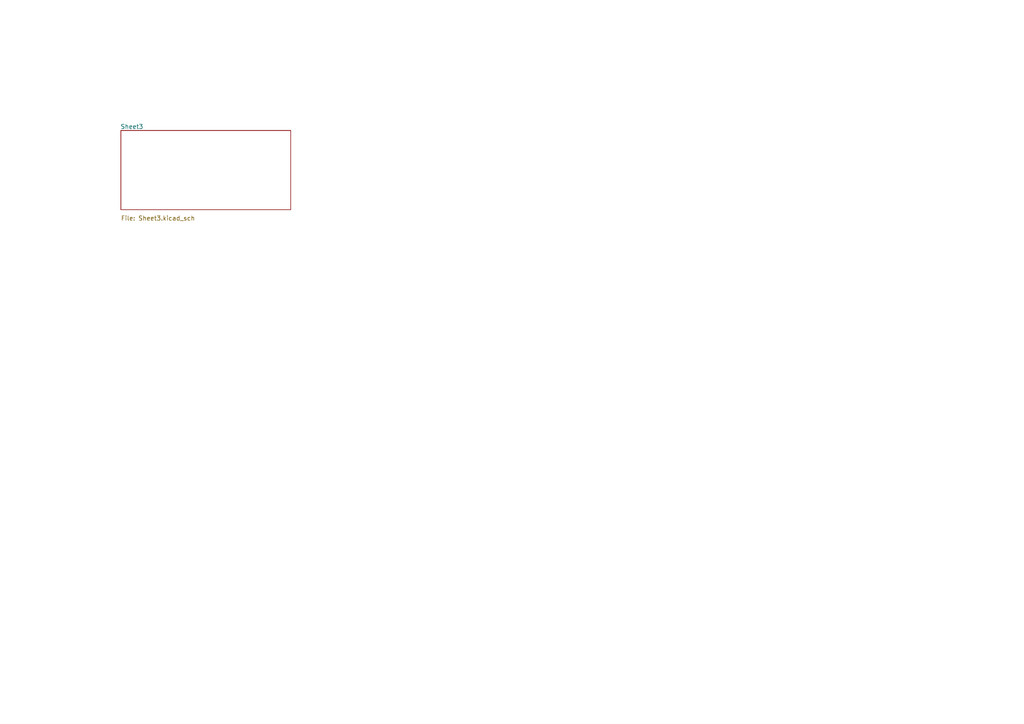
<source format=kicad_sch>
(kicad_sch
	(version 20231120)
	(generator "eeschema")
	(generator_version "8.0")
	(uuid "53787e50-9079-4e48-b40f-660a1c0f81cd")
	(paper "A4")
	(lib_symbols)
	(sheet
		(at 35.052 37.846)
		(size 49.276 22.987)
		(stroke
			(width 0.1524)
			(type solid)
		)
		(fill
			(color 0 0 0 0.0000)
		)
		(uuid "43fd76bf-8087-426f-88ad-af071f997d32")
		(property "Sheetname" "Sheet3"
			(at 34.925 37.465 0)
			(effects
				(font
					(size 1.27 1.27)
				)
				(justify left bottom)
			)
		)
		(property "Sheetfile" "Sheet3.kicad_sch"
			(at 35.052 62.5606 0)
			(effects
				(font
					(size 1.27 1.27)
				)
				(justify left top)
			)
		)
		(instances
			(project "Cubesat Drone Main hardware"
				(path "/53787e50-9079-4e48-b40f-660a1c0f81cd"
					(page "2")
				)
			)
		)
	)
	(sheet_instances
		(path "/"
			(page "1")
		)
	)
)

</source>
